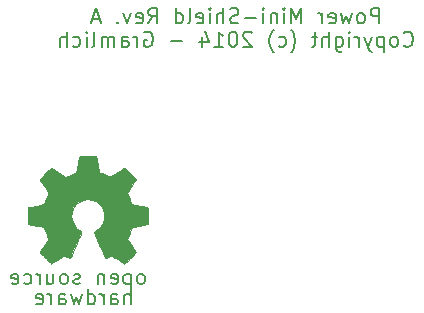
<source format=gbo>
%FSLAX34Y34*%
G04 Gerber Fmt 3.4, Leading zero omitted, Abs format*
G04 (created by PCBNEW (2014-jan-25)-product) date Sun 13 Jul 2014 08:16:38 AM PDT*
%MOIN*%
G01*
G70*
G90*
G04 APERTURE LIST*
%ADD10C,0.003937*%
%ADD11C,0.008000*%
%ADD12C,0.000100*%
G04 APERTURE END LIST*
G54D10*
G54D11*
X44961Y-46036D02*
X44961Y-45536D01*
X44771Y-45536D01*
X44723Y-45560D01*
X44700Y-45583D01*
X44676Y-45631D01*
X44676Y-45702D01*
X44700Y-45750D01*
X44723Y-45774D01*
X44771Y-45798D01*
X44961Y-45798D01*
X44390Y-46036D02*
X44438Y-46012D01*
X44461Y-45988D01*
X44485Y-45940D01*
X44485Y-45798D01*
X44461Y-45750D01*
X44438Y-45726D01*
X44390Y-45702D01*
X44319Y-45702D01*
X44271Y-45726D01*
X44247Y-45750D01*
X44223Y-45798D01*
X44223Y-45940D01*
X44247Y-45988D01*
X44271Y-46012D01*
X44319Y-46036D01*
X44390Y-46036D01*
X44057Y-45702D02*
X43961Y-46036D01*
X43866Y-45798D01*
X43771Y-46036D01*
X43676Y-45702D01*
X43295Y-46012D02*
X43342Y-46036D01*
X43438Y-46036D01*
X43485Y-46012D01*
X43509Y-45964D01*
X43509Y-45774D01*
X43485Y-45726D01*
X43438Y-45702D01*
X43342Y-45702D01*
X43295Y-45726D01*
X43271Y-45774D01*
X43271Y-45821D01*
X43509Y-45869D01*
X43057Y-46036D02*
X43057Y-45702D01*
X43057Y-45798D02*
X43033Y-45750D01*
X43009Y-45726D01*
X42961Y-45702D01*
X42914Y-45702D01*
X42366Y-46036D02*
X42366Y-45536D01*
X42200Y-45893D01*
X42033Y-45536D01*
X42033Y-46036D01*
X41795Y-46036D02*
X41795Y-45702D01*
X41795Y-45536D02*
X41819Y-45560D01*
X41795Y-45583D01*
X41771Y-45560D01*
X41795Y-45536D01*
X41795Y-45583D01*
X41557Y-45702D02*
X41557Y-46036D01*
X41557Y-45750D02*
X41533Y-45726D01*
X41485Y-45702D01*
X41414Y-45702D01*
X41366Y-45726D01*
X41342Y-45774D01*
X41342Y-46036D01*
X41104Y-46036D02*
X41104Y-45702D01*
X41104Y-45536D02*
X41128Y-45560D01*
X41104Y-45583D01*
X41080Y-45560D01*
X41104Y-45536D01*
X41104Y-45583D01*
X40866Y-45845D02*
X40485Y-45845D01*
X40271Y-46012D02*
X40200Y-46036D01*
X40080Y-46036D01*
X40033Y-46012D01*
X40009Y-45988D01*
X39985Y-45940D01*
X39985Y-45893D01*
X40009Y-45845D01*
X40033Y-45821D01*
X40080Y-45798D01*
X40176Y-45774D01*
X40223Y-45750D01*
X40247Y-45726D01*
X40271Y-45679D01*
X40271Y-45631D01*
X40247Y-45583D01*
X40223Y-45560D01*
X40176Y-45536D01*
X40057Y-45536D01*
X39985Y-45560D01*
X39771Y-46036D02*
X39771Y-45536D01*
X39557Y-46036D02*
X39557Y-45774D01*
X39580Y-45726D01*
X39628Y-45702D01*
X39699Y-45702D01*
X39747Y-45726D01*
X39771Y-45750D01*
X39319Y-46036D02*
X39319Y-45702D01*
X39319Y-45536D02*
X39342Y-45560D01*
X39319Y-45583D01*
X39295Y-45560D01*
X39319Y-45536D01*
X39319Y-45583D01*
X38890Y-46012D02*
X38938Y-46036D01*
X39033Y-46036D01*
X39080Y-46012D01*
X39104Y-45964D01*
X39104Y-45774D01*
X39080Y-45726D01*
X39033Y-45702D01*
X38938Y-45702D01*
X38890Y-45726D01*
X38866Y-45774D01*
X38866Y-45821D01*
X39104Y-45869D01*
X38580Y-46036D02*
X38628Y-46012D01*
X38652Y-45964D01*
X38652Y-45536D01*
X38176Y-46036D02*
X38176Y-45536D01*
X38176Y-46012D02*
X38223Y-46036D01*
X38319Y-46036D01*
X38366Y-46012D01*
X38390Y-45988D01*
X38414Y-45940D01*
X38414Y-45798D01*
X38390Y-45750D01*
X38366Y-45726D01*
X38319Y-45702D01*
X38223Y-45702D01*
X38176Y-45726D01*
X37271Y-46036D02*
X37438Y-45798D01*
X37557Y-46036D02*
X37557Y-45536D01*
X37366Y-45536D01*
X37319Y-45560D01*
X37295Y-45583D01*
X37271Y-45631D01*
X37271Y-45702D01*
X37295Y-45750D01*
X37319Y-45774D01*
X37366Y-45798D01*
X37557Y-45798D01*
X36866Y-46012D02*
X36914Y-46036D01*
X37009Y-46036D01*
X37057Y-46012D01*
X37080Y-45964D01*
X37080Y-45774D01*
X37057Y-45726D01*
X37009Y-45702D01*
X36914Y-45702D01*
X36866Y-45726D01*
X36842Y-45774D01*
X36842Y-45821D01*
X37080Y-45869D01*
X36676Y-45702D02*
X36557Y-46036D01*
X36438Y-45702D01*
X36247Y-45988D02*
X36223Y-46012D01*
X36247Y-46036D01*
X36271Y-46012D01*
X36247Y-45988D01*
X36247Y-46036D01*
X35652Y-45893D02*
X35414Y-45893D01*
X35700Y-46036D02*
X35533Y-45536D01*
X35366Y-46036D01*
X45783Y-46768D02*
X45807Y-46792D01*
X45878Y-46816D01*
X45926Y-46816D01*
X45997Y-46792D01*
X46045Y-46744D01*
X46069Y-46697D01*
X46092Y-46601D01*
X46092Y-46530D01*
X46069Y-46435D01*
X46045Y-46387D01*
X45997Y-46340D01*
X45926Y-46316D01*
X45878Y-46316D01*
X45807Y-46340D01*
X45783Y-46363D01*
X45497Y-46816D02*
X45545Y-46792D01*
X45569Y-46768D01*
X45592Y-46720D01*
X45592Y-46578D01*
X45569Y-46530D01*
X45545Y-46506D01*
X45497Y-46482D01*
X45426Y-46482D01*
X45378Y-46506D01*
X45354Y-46530D01*
X45330Y-46578D01*
X45330Y-46720D01*
X45354Y-46768D01*
X45378Y-46792D01*
X45426Y-46816D01*
X45497Y-46816D01*
X45116Y-46482D02*
X45116Y-46982D01*
X45116Y-46506D02*
X45069Y-46482D01*
X44973Y-46482D01*
X44926Y-46506D01*
X44902Y-46530D01*
X44878Y-46578D01*
X44878Y-46720D01*
X44902Y-46768D01*
X44926Y-46792D01*
X44973Y-46816D01*
X45069Y-46816D01*
X45116Y-46792D01*
X44711Y-46482D02*
X44592Y-46816D01*
X44473Y-46482D02*
X44592Y-46816D01*
X44640Y-46935D01*
X44664Y-46959D01*
X44711Y-46982D01*
X44283Y-46816D02*
X44283Y-46482D01*
X44283Y-46578D02*
X44259Y-46530D01*
X44235Y-46506D01*
X44188Y-46482D01*
X44140Y-46482D01*
X43973Y-46816D02*
X43973Y-46482D01*
X43973Y-46316D02*
X43997Y-46340D01*
X43973Y-46363D01*
X43950Y-46340D01*
X43973Y-46316D01*
X43973Y-46363D01*
X43521Y-46482D02*
X43521Y-46887D01*
X43545Y-46935D01*
X43569Y-46959D01*
X43616Y-46982D01*
X43688Y-46982D01*
X43735Y-46959D01*
X43521Y-46792D02*
X43569Y-46816D01*
X43664Y-46816D01*
X43711Y-46792D01*
X43735Y-46768D01*
X43759Y-46720D01*
X43759Y-46578D01*
X43735Y-46530D01*
X43711Y-46506D01*
X43664Y-46482D01*
X43569Y-46482D01*
X43521Y-46506D01*
X43283Y-46816D02*
X43283Y-46316D01*
X43069Y-46816D02*
X43069Y-46554D01*
X43092Y-46506D01*
X43140Y-46482D01*
X43211Y-46482D01*
X43259Y-46506D01*
X43283Y-46530D01*
X42902Y-46482D02*
X42711Y-46482D01*
X42830Y-46316D02*
X42830Y-46744D01*
X42807Y-46792D01*
X42759Y-46816D01*
X42711Y-46816D01*
X42021Y-47006D02*
X42045Y-46982D01*
X42092Y-46911D01*
X42116Y-46863D01*
X42140Y-46792D01*
X42164Y-46673D01*
X42164Y-46578D01*
X42140Y-46459D01*
X42116Y-46387D01*
X42092Y-46340D01*
X42045Y-46268D01*
X42021Y-46244D01*
X41616Y-46792D02*
X41664Y-46816D01*
X41759Y-46816D01*
X41807Y-46792D01*
X41830Y-46768D01*
X41854Y-46720D01*
X41854Y-46578D01*
X41830Y-46530D01*
X41807Y-46506D01*
X41759Y-46482D01*
X41664Y-46482D01*
X41616Y-46506D01*
X41449Y-47006D02*
X41426Y-46982D01*
X41378Y-46911D01*
X41354Y-46863D01*
X41330Y-46792D01*
X41307Y-46673D01*
X41307Y-46578D01*
X41330Y-46459D01*
X41354Y-46387D01*
X41378Y-46340D01*
X41426Y-46268D01*
X41449Y-46244D01*
X40711Y-46363D02*
X40688Y-46340D01*
X40640Y-46316D01*
X40521Y-46316D01*
X40473Y-46340D01*
X40449Y-46363D01*
X40426Y-46411D01*
X40426Y-46459D01*
X40449Y-46530D01*
X40735Y-46816D01*
X40426Y-46816D01*
X40116Y-46316D02*
X40069Y-46316D01*
X40021Y-46340D01*
X39997Y-46363D01*
X39973Y-46411D01*
X39949Y-46506D01*
X39949Y-46625D01*
X39973Y-46720D01*
X39997Y-46768D01*
X40021Y-46792D01*
X40069Y-46816D01*
X40116Y-46816D01*
X40164Y-46792D01*
X40188Y-46768D01*
X40211Y-46720D01*
X40235Y-46625D01*
X40235Y-46506D01*
X40211Y-46411D01*
X40188Y-46363D01*
X40164Y-46340D01*
X40116Y-46316D01*
X39473Y-46816D02*
X39759Y-46816D01*
X39616Y-46816D02*
X39616Y-46316D01*
X39664Y-46387D01*
X39711Y-46435D01*
X39759Y-46459D01*
X39045Y-46482D02*
X39045Y-46816D01*
X39164Y-46292D02*
X39283Y-46649D01*
X38973Y-46649D01*
X38402Y-46625D02*
X38021Y-46625D01*
X37140Y-46340D02*
X37188Y-46316D01*
X37259Y-46316D01*
X37330Y-46340D01*
X37378Y-46387D01*
X37402Y-46435D01*
X37426Y-46530D01*
X37426Y-46601D01*
X37402Y-46697D01*
X37378Y-46744D01*
X37330Y-46792D01*
X37259Y-46816D01*
X37211Y-46816D01*
X37140Y-46792D01*
X37116Y-46768D01*
X37116Y-46601D01*
X37211Y-46601D01*
X36902Y-46816D02*
X36902Y-46482D01*
X36902Y-46578D02*
X36878Y-46530D01*
X36854Y-46506D01*
X36807Y-46482D01*
X36759Y-46482D01*
X36378Y-46816D02*
X36378Y-46554D01*
X36402Y-46506D01*
X36449Y-46482D01*
X36545Y-46482D01*
X36592Y-46506D01*
X36378Y-46792D02*
X36426Y-46816D01*
X36545Y-46816D01*
X36592Y-46792D01*
X36616Y-46744D01*
X36616Y-46697D01*
X36592Y-46649D01*
X36545Y-46625D01*
X36426Y-46625D01*
X36378Y-46601D01*
X36140Y-46816D02*
X36140Y-46482D01*
X36140Y-46530D02*
X36116Y-46506D01*
X36069Y-46482D01*
X35997Y-46482D01*
X35949Y-46506D01*
X35926Y-46554D01*
X35926Y-46816D01*
X35926Y-46554D02*
X35902Y-46506D01*
X35854Y-46482D01*
X35783Y-46482D01*
X35735Y-46506D01*
X35711Y-46554D01*
X35711Y-46816D01*
X35402Y-46816D02*
X35449Y-46792D01*
X35473Y-46744D01*
X35473Y-46316D01*
X35211Y-46816D02*
X35211Y-46482D01*
X35211Y-46316D02*
X35235Y-46340D01*
X35211Y-46363D01*
X35188Y-46340D01*
X35211Y-46316D01*
X35211Y-46363D01*
X34759Y-46792D02*
X34807Y-46816D01*
X34902Y-46816D01*
X34949Y-46792D01*
X34973Y-46768D01*
X34997Y-46720D01*
X34997Y-46578D01*
X34973Y-46530D01*
X34949Y-46506D01*
X34902Y-46482D01*
X34807Y-46482D01*
X34759Y-46506D01*
X34545Y-46816D02*
X34545Y-46316D01*
X34330Y-46816D02*
X34330Y-46554D01*
X34354Y-46506D01*
X34402Y-46482D01*
X34473Y-46482D01*
X34521Y-46506D01*
X34545Y-46530D01*
X36682Y-55403D02*
X36682Y-54903D01*
X36467Y-55403D02*
X36467Y-55141D01*
X36491Y-55093D01*
X36539Y-55070D01*
X36610Y-55070D01*
X36658Y-55093D01*
X36682Y-55117D01*
X36015Y-55403D02*
X36015Y-55141D01*
X36039Y-55093D01*
X36086Y-55070D01*
X36182Y-55070D01*
X36229Y-55093D01*
X36015Y-55379D02*
X36063Y-55403D01*
X36182Y-55403D01*
X36229Y-55379D01*
X36253Y-55331D01*
X36253Y-55284D01*
X36229Y-55236D01*
X36182Y-55212D01*
X36063Y-55212D01*
X36015Y-55189D01*
X35777Y-55403D02*
X35777Y-55070D01*
X35777Y-55165D02*
X35753Y-55117D01*
X35729Y-55093D01*
X35682Y-55070D01*
X35634Y-55070D01*
X35253Y-55403D02*
X35253Y-54903D01*
X35253Y-55379D02*
X35301Y-55403D01*
X35396Y-55403D01*
X35444Y-55379D01*
X35467Y-55355D01*
X35491Y-55308D01*
X35491Y-55165D01*
X35467Y-55117D01*
X35444Y-55093D01*
X35396Y-55070D01*
X35301Y-55070D01*
X35253Y-55093D01*
X35063Y-55070D02*
X34967Y-55403D01*
X34872Y-55165D01*
X34777Y-55403D01*
X34682Y-55070D01*
X34277Y-55403D02*
X34277Y-55141D01*
X34301Y-55093D01*
X34348Y-55070D01*
X34444Y-55070D01*
X34491Y-55093D01*
X34277Y-55379D02*
X34324Y-55403D01*
X34444Y-55403D01*
X34491Y-55379D01*
X34515Y-55331D01*
X34515Y-55284D01*
X34491Y-55236D01*
X34444Y-55212D01*
X34324Y-55212D01*
X34277Y-55189D01*
X34039Y-55403D02*
X34039Y-55070D01*
X34039Y-55165D02*
X34015Y-55117D01*
X33991Y-55093D01*
X33944Y-55070D01*
X33896Y-55070D01*
X33539Y-55379D02*
X33586Y-55403D01*
X33682Y-55403D01*
X33729Y-55379D01*
X33753Y-55331D01*
X33753Y-55141D01*
X33729Y-55093D01*
X33682Y-55070D01*
X33586Y-55070D01*
X33539Y-55093D01*
X33515Y-55141D01*
X33515Y-55189D01*
X33753Y-55236D01*
X37059Y-54726D02*
X37107Y-54702D01*
X37130Y-54678D01*
X37154Y-54630D01*
X37154Y-54488D01*
X37130Y-54440D01*
X37107Y-54416D01*
X37059Y-54392D01*
X36988Y-54392D01*
X36940Y-54416D01*
X36916Y-54440D01*
X36892Y-54488D01*
X36892Y-54630D01*
X36916Y-54678D01*
X36940Y-54702D01*
X36988Y-54726D01*
X37059Y-54726D01*
X36678Y-54392D02*
X36678Y-54892D01*
X36678Y-54416D02*
X36630Y-54392D01*
X36535Y-54392D01*
X36488Y-54416D01*
X36464Y-54440D01*
X36440Y-54488D01*
X36440Y-54630D01*
X36464Y-54678D01*
X36488Y-54702D01*
X36535Y-54726D01*
X36630Y-54726D01*
X36678Y-54702D01*
X36035Y-54702D02*
X36083Y-54726D01*
X36178Y-54726D01*
X36226Y-54702D01*
X36249Y-54654D01*
X36249Y-54464D01*
X36226Y-54416D01*
X36178Y-54392D01*
X36083Y-54392D01*
X36035Y-54416D01*
X36011Y-54464D01*
X36011Y-54511D01*
X36249Y-54559D01*
X35797Y-54392D02*
X35797Y-54726D01*
X35797Y-54440D02*
X35773Y-54416D01*
X35726Y-54392D01*
X35654Y-54392D01*
X35607Y-54416D01*
X35583Y-54464D01*
X35583Y-54726D01*
X34988Y-54702D02*
X34940Y-54726D01*
X34845Y-54726D01*
X34797Y-54702D01*
X34773Y-54654D01*
X34773Y-54630D01*
X34797Y-54583D01*
X34845Y-54559D01*
X34916Y-54559D01*
X34964Y-54535D01*
X34988Y-54488D01*
X34988Y-54464D01*
X34964Y-54416D01*
X34916Y-54392D01*
X34845Y-54392D01*
X34797Y-54416D01*
X34488Y-54726D02*
X34535Y-54702D01*
X34559Y-54678D01*
X34583Y-54630D01*
X34583Y-54488D01*
X34559Y-54440D01*
X34535Y-54416D01*
X34488Y-54392D01*
X34416Y-54392D01*
X34369Y-54416D01*
X34345Y-54440D01*
X34321Y-54488D01*
X34321Y-54630D01*
X34345Y-54678D01*
X34369Y-54702D01*
X34416Y-54726D01*
X34488Y-54726D01*
X33892Y-54392D02*
X33892Y-54726D01*
X34107Y-54392D02*
X34107Y-54654D01*
X34083Y-54702D01*
X34035Y-54726D01*
X33964Y-54726D01*
X33916Y-54702D01*
X33892Y-54678D01*
X33654Y-54726D02*
X33654Y-54392D01*
X33654Y-54488D02*
X33630Y-54440D01*
X33607Y-54416D01*
X33559Y-54392D01*
X33511Y-54392D01*
X33130Y-54702D02*
X33178Y-54726D01*
X33273Y-54726D01*
X33321Y-54702D01*
X33345Y-54678D01*
X33369Y-54630D01*
X33369Y-54488D01*
X33345Y-54440D01*
X33321Y-54416D01*
X33273Y-54392D01*
X33178Y-54392D01*
X33130Y-54416D01*
X32726Y-54702D02*
X32773Y-54726D01*
X32869Y-54726D01*
X32916Y-54702D01*
X32940Y-54654D01*
X32940Y-54464D01*
X32916Y-54416D01*
X32869Y-54392D01*
X32773Y-54392D01*
X32726Y-54416D01*
X32702Y-54464D01*
X32702Y-54511D01*
X32940Y-54559D01*
G54D12*
G36*
X34038Y-54046D02*
X34059Y-54036D01*
X34106Y-54006D01*
X34172Y-53962D01*
X34251Y-53909D01*
X34330Y-53856D01*
X34396Y-53812D01*
X34441Y-53783D01*
X34460Y-53772D01*
X34470Y-53776D01*
X34508Y-53794D01*
X34563Y-53823D01*
X34594Y-53839D01*
X34645Y-53861D01*
X34669Y-53865D01*
X34674Y-53858D01*
X34692Y-53820D01*
X34721Y-53754D01*
X34759Y-53668D01*
X34802Y-53566D01*
X34848Y-53457D01*
X34895Y-53345D01*
X34939Y-53238D01*
X34978Y-53143D01*
X35009Y-53065D01*
X35030Y-53011D01*
X35038Y-52987D01*
X35035Y-52983D01*
X35010Y-52958D01*
X34966Y-52925D01*
X34872Y-52849D01*
X34778Y-52732D01*
X34721Y-52599D01*
X34703Y-52452D01*
X34719Y-52316D01*
X34772Y-52185D01*
X34864Y-52067D01*
X34975Y-51979D01*
X35104Y-51924D01*
X35250Y-51906D01*
X35389Y-51922D01*
X35523Y-51974D01*
X35641Y-52064D01*
X35691Y-52122D01*
X35760Y-52241D01*
X35799Y-52369D01*
X35803Y-52402D01*
X35797Y-52542D01*
X35756Y-52677D01*
X35681Y-52797D01*
X35578Y-52896D01*
X35566Y-52905D01*
X35518Y-52941D01*
X35486Y-52965D01*
X35461Y-52986D01*
X35640Y-53416D01*
X35668Y-53485D01*
X35717Y-53602D01*
X35761Y-53704D01*
X35795Y-53785D01*
X35819Y-53838D01*
X35829Y-53860D01*
X35831Y-53861D01*
X35846Y-53864D01*
X35879Y-53852D01*
X35939Y-53823D01*
X35979Y-53803D01*
X36025Y-53781D01*
X36045Y-53772D01*
X36062Y-53782D01*
X36107Y-53810D01*
X36171Y-53853D01*
X36248Y-53905D01*
X36321Y-53955D01*
X36388Y-54000D01*
X36438Y-54031D01*
X36461Y-54044D01*
X36465Y-54044D01*
X36486Y-54032D01*
X36525Y-54000D01*
X36584Y-53944D01*
X36667Y-53863D01*
X36679Y-53850D01*
X36747Y-53781D01*
X36803Y-53722D01*
X36840Y-53681D01*
X36853Y-53662D01*
X36853Y-53662D01*
X36841Y-53639D01*
X36810Y-53590D01*
X36765Y-53521D01*
X36711Y-53441D01*
X36568Y-53234D01*
X36647Y-53039D01*
X36671Y-52979D01*
X36701Y-52906D01*
X36724Y-52854D01*
X36736Y-52832D01*
X36757Y-52824D01*
X36810Y-52811D01*
X36888Y-52795D01*
X36980Y-52778D01*
X37068Y-52762D01*
X37148Y-52747D01*
X37206Y-52736D01*
X37232Y-52730D01*
X37238Y-52727D01*
X37243Y-52714D01*
X37246Y-52687D01*
X37248Y-52639D01*
X37249Y-52563D01*
X37249Y-52452D01*
X37249Y-52440D01*
X37248Y-52335D01*
X37247Y-52251D01*
X37244Y-52197D01*
X37240Y-52175D01*
X37240Y-52175D01*
X37215Y-52169D01*
X37159Y-52157D01*
X37079Y-52141D01*
X36984Y-52123D01*
X36978Y-52122D01*
X36884Y-52104D01*
X36804Y-52087D01*
X36749Y-52074D01*
X36725Y-52067D01*
X36721Y-52060D01*
X36701Y-52024D01*
X36674Y-51965D01*
X36643Y-51893D01*
X36612Y-51819D01*
X36585Y-51752D01*
X36567Y-51702D01*
X36562Y-51680D01*
X36562Y-51679D01*
X36577Y-51656D01*
X36609Y-51608D01*
X36655Y-51539D01*
X36710Y-51459D01*
X36715Y-51453D01*
X36769Y-51373D01*
X36813Y-51305D01*
X36842Y-51257D01*
X36853Y-51235D01*
X36853Y-51234D01*
X36835Y-51210D01*
X36794Y-51165D01*
X36736Y-51104D01*
X36666Y-51033D01*
X36644Y-51011D01*
X36566Y-50935D01*
X36512Y-50886D01*
X36478Y-50859D01*
X36462Y-50853D01*
X36462Y-50854D01*
X36438Y-50868D01*
X36387Y-50901D01*
X36319Y-50948D01*
X36238Y-51003D01*
X36232Y-51007D01*
X36152Y-51061D01*
X36085Y-51106D01*
X36038Y-51137D01*
X36017Y-51150D01*
X36014Y-51150D01*
X35981Y-51140D01*
X35924Y-51120D01*
X35854Y-51093D01*
X35780Y-51064D01*
X35713Y-51035D01*
X35663Y-51012D01*
X35639Y-50999D01*
X35638Y-50997D01*
X35630Y-50969D01*
X35616Y-50909D01*
X35599Y-50827D01*
X35581Y-50729D01*
X35578Y-50713D01*
X35560Y-50618D01*
X35544Y-50539D01*
X35533Y-50485D01*
X35528Y-50462D01*
X35514Y-50459D01*
X35467Y-50456D01*
X35396Y-50454D01*
X35310Y-50453D01*
X35220Y-50454D01*
X35131Y-50455D01*
X35056Y-50458D01*
X35002Y-50462D01*
X34979Y-50466D01*
X34979Y-50468D01*
X34970Y-50497D01*
X34957Y-50557D01*
X34940Y-50640D01*
X34922Y-50738D01*
X34918Y-50755D01*
X34900Y-50850D01*
X34884Y-50928D01*
X34873Y-50982D01*
X34867Y-51003D01*
X34858Y-51008D01*
X34819Y-51025D01*
X34755Y-51051D01*
X34676Y-51083D01*
X34493Y-51157D01*
X34269Y-51003D01*
X34248Y-50989D01*
X34167Y-50934D01*
X34101Y-50890D01*
X34055Y-50860D01*
X34036Y-50849D01*
X34034Y-50850D01*
X34012Y-50870D01*
X33967Y-50912D01*
X33907Y-50971D01*
X33836Y-51041D01*
X33784Y-51093D01*
X33722Y-51156D01*
X33683Y-51199D01*
X33661Y-51226D01*
X33654Y-51242D01*
X33655Y-51253D01*
X33670Y-51276D01*
X33703Y-51326D01*
X33749Y-51394D01*
X33804Y-51473D01*
X33849Y-51539D01*
X33898Y-51615D01*
X33929Y-51669D01*
X33940Y-51695D01*
X33937Y-51706D01*
X33922Y-51750D01*
X33895Y-51816D01*
X33861Y-51895D01*
X33783Y-52073D01*
X33667Y-52095D01*
X33596Y-52109D01*
X33498Y-52128D01*
X33403Y-52146D01*
X33256Y-52175D01*
X33250Y-52717D01*
X33273Y-52726D01*
X33295Y-52732D01*
X33350Y-52744D01*
X33428Y-52760D01*
X33520Y-52777D01*
X33598Y-52792D01*
X33677Y-52807D01*
X33734Y-52818D01*
X33759Y-52823D01*
X33765Y-52832D01*
X33785Y-52870D01*
X33813Y-52931D01*
X33845Y-53004D01*
X33876Y-53080D01*
X33904Y-53150D01*
X33923Y-53203D01*
X33931Y-53231D01*
X33920Y-53252D01*
X33890Y-53298D01*
X33846Y-53364D01*
X33793Y-53443D01*
X33739Y-53521D01*
X33694Y-53588D01*
X33662Y-53637D01*
X33649Y-53659D01*
X33655Y-53674D01*
X33687Y-53712D01*
X33746Y-53773D01*
X33834Y-53860D01*
X33849Y-53874D01*
X33919Y-53942D01*
X33978Y-53996D01*
X34019Y-54033D01*
X34038Y-54046D01*
X34038Y-54046D01*
G37*
X34038Y-54046D02*
X34059Y-54036D01*
X34106Y-54006D01*
X34172Y-53962D01*
X34251Y-53909D01*
X34330Y-53856D01*
X34396Y-53812D01*
X34441Y-53783D01*
X34460Y-53772D01*
X34470Y-53776D01*
X34508Y-53794D01*
X34563Y-53823D01*
X34594Y-53839D01*
X34645Y-53861D01*
X34669Y-53865D01*
X34674Y-53858D01*
X34692Y-53820D01*
X34721Y-53754D01*
X34759Y-53668D01*
X34802Y-53566D01*
X34848Y-53457D01*
X34895Y-53345D01*
X34939Y-53238D01*
X34978Y-53143D01*
X35009Y-53065D01*
X35030Y-53011D01*
X35038Y-52987D01*
X35035Y-52983D01*
X35010Y-52958D01*
X34966Y-52925D01*
X34872Y-52849D01*
X34778Y-52732D01*
X34721Y-52599D01*
X34703Y-52452D01*
X34719Y-52316D01*
X34772Y-52185D01*
X34864Y-52067D01*
X34975Y-51979D01*
X35104Y-51924D01*
X35250Y-51906D01*
X35389Y-51922D01*
X35523Y-51974D01*
X35641Y-52064D01*
X35691Y-52122D01*
X35760Y-52241D01*
X35799Y-52369D01*
X35803Y-52402D01*
X35797Y-52542D01*
X35756Y-52677D01*
X35681Y-52797D01*
X35578Y-52896D01*
X35566Y-52905D01*
X35518Y-52941D01*
X35486Y-52965D01*
X35461Y-52986D01*
X35640Y-53416D01*
X35668Y-53485D01*
X35717Y-53602D01*
X35761Y-53704D01*
X35795Y-53785D01*
X35819Y-53838D01*
X35829Y-53860D01*
X35831Y-53861D01*
X35846Y-53864D01*
X35879Y-53852D01*
X35939Y-53823D01*
X35979Y-53803D01*
X36025Y-53781D01*
X36045Y-53772D01*
X36062Y-53782D01*
X36107Y-53810D01*
X36171Y-53853D01*
X36248Y-53905D01*
X36321Y-53955D01*
X36388Y-54000D01*
X36438Y-54031D01*
X36461Y-54044D01*
X36465Y-54044D01*
X36486Y-54032D01*
X36525Y-54000D01*
X36584Y-53944D01*
X36667Y-53863D01*
X36679Y-53850D01*
X36747Y-53781D01*
X36803Y-53722D01*
X36840Y-53681D01*
X36853Y-53662D01*
X36853Y-53662D01*
X36841Y-53639D01*
X36810Y-53590D01*
X36765Y-53521D01*
X36711Y-53441D01*
X36568Y-53234D01*
X36647Y-53039D01*
X36671Y-52979D01*
X36701Y-52906D01*
X36724Y-52854D01*
X36736Y-52832D01*
X36757Y-52824D01*
X36810Y-52811D01*
X36888Y-52795D01*
X36980Y-52778D01*
X37068Y-52762D01*
X37148Y-52747D01*
X37206Y-52736D01*
X37232Y-52730D01*
X37238Y-52727D01*
X37243Y-52714D01*
X37246Y-52687D01*
X37248Y-52639D01*
X37249Y-52563D01*
X37249Y-52452D01*
X37249Y-52440D01*
X37248Y-52335D01*
X37247Y-52251D01*
X37244Y-52197D01*
X37240Y-52175D01*
X37240Y-52175D01*
X37215Y-52169D01*
X37159Y-52157D01*
X37079Y-52141D01*
X36984Y-52123D01*
X36978Y-52122D01*
X36884Y-52104D01*
X36804Y-52087D01*
X36749Y-52074D01*
X36725Y-52067D01*
X36721Y-52060D01*
X36701Y-52024D01*
X36674Y-51965D01*
X36643Y-51893D01*
X36612Y-51819D01*
X36585Y-51752D01*
X36567Y-51702D01*
X36562Y-51680D01*
X36562Y-51679D01*
X36577Y-51656D01*
X36609Y-51608D01*
X36655Y-51539D01*
X36710Y-51459D01*
X36715Y-51453D01*
X36769Y-51373D01*
X36813Y-51305D01*
X36842Y-51257D01*
X36853Y-51235D01*
X36853Y-51234D01*
X36835Y-51210D01*
X36794Y-51165D01*
X36736Y-51104D01*
X36666Y-51033D01*
X36644Y-51011D01*
X36566Y-50935D01*
X36512Y-50886D01*
X36478Y-50859D01*
X36462Y-50853D01*
X36462Y-50854D01*
X36438Y-50868D01*
X36387Y-50901D01*
X36319Y-50948D01*
X36238Y-51003D01*
X36232Y-51007D01*
X36152Y-51061D01*
X36085Y-51106D01*
X36038Y-51137D01*
X36017Y-51150D01*
X36014Y-51150D01*
X35981Y-51140D01*
X35924Y-51120D01*
X35854Y-51093D01*
X35780Y-51064D01*
X35713Y-51035D01*
X35663Y-51012D01*
X35639Y-50999D01*
X35638Y-50997D01*
X35630Y-50969D01*
X35616Y-50909D01*
X35599Y-50827D01*
X35581Y-50729D01*
X35578Y-50713D01*
X35560Y-50618D01*
X35544Y-50539D01*
X35533Y-50485D01*
X35528Y-50462D01*
X35514Y-50459D01*
X35467Y-50456D01*
X35396Y-50454D01*
X35310Y-50453D01*
X35220Y-50454D01*
X35131Y-50455D01*
X35056Y-50458D01*
X35002Y-50462D01*
X34979Y-50466D01*
X34979Y-50468D01*
X34970Y-50497D01*
X34957Y-50557D01*
X34940Y-50640D01*
X34922Y-50738D01*
X34918Y-50755D01*
X34900Y-50850D01*
X34884Y-50928D01*
X34873Y-50982D01*
X34867Y-51003D01*
X34858Y-51008D01*
X34819Y-51025D01*
X34755Y-51051D01*
X34676Y-51083D01*
X34493Y-51157D01*
X34269Y-51003D01*
X34248Y-50989D01*
X34167Y-50934D01*
X34101Y-50890D01*
X34055Y-50860D01*
X34036Y-50849D01*
X34034Y-50850D01*
X34012Y-50870D01*
X33967Y-50912D01*
X33907Y-50971D01*
X33836Y-51041D01*
X33784Y-51093D01*
X33722Y-51156D01*
X33683Y-51199D01*
X33661Y-51226D01*
X33654Y-51242D01*
X33655Y-51253D01*
X33670Y-51276D01*
X33703Y-51326D01*
X33749Y-51394D01*
X33804Y-51473D01*
X33849Y-51539D01*
X33898Y-51615D01*
X33929Y-51669D01*
X33940Y-51695D01*
X33937Y-51706D01*
X33922Y-51750D01*
X33895Y-51816D01*
X33861Y-51895D01*
X33783Y-52073D01*
X33667Y-52095D01*
X33596Y-52109D01*
X33498Y-52128D01*
X33403Y-52146D01*
X33256Y-52175D01*
X33250Y-52717D01*
X33273Y-52726D01*
X33295Y-52732D01*
X33350Y-52744D01*
X33428Y-52760D01*
X33520Y-52777D01*
X33598Y-52792D01*
X33677Y-52807D01*
X33734Y-52818D01*
X33759Y-52823D01*
X33765Y-52832D01*
X33785Y-52870D01*
X33813Y-52931D01*
X33845Y-53004D01*
X33876Y-53080D01*
X33904Y-53150D01*
X33923Y-53203D01*
X33931Y-53231D01*
X33920Y-53252D01*
X33890Y-53298D01*
X33846Y-53364D01*
X33793Y-53443D01*
X33739Y-53521D01*
X33694Y-53588D01*
X33662Y-53637D01*
X33649Y-53659D01*
X33655Y-53674D01*
X33687Y-53712D01*
X33746Y-53773D01*
X33834Y-53860D01*
X33849Y-53874D01*
X33919Y-53942D01*
X33978Y-53996D01*
X34019Y-54033D01*
X34038Y-54046D01*
M02*

</source>
